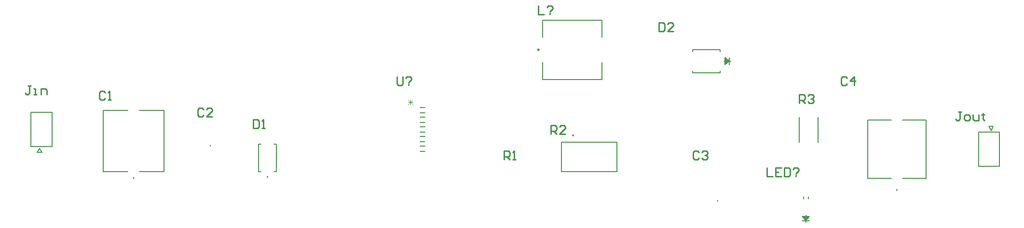
<source format=gto>
G04*
G04 #@! TF.GenerationSoftware,Altium Limited,Altium Designer,20.2.7 (254)*
G04*
G04 Layer_Color=65535*
%FSLAX25Y25*%
%MOIN*%
G70*
G04*
G04 #@! TF.SameCoordinates,ADF9761A-B84E-492D-9E7F-6483C6A28603*
G04*
G04*
G04 #@! TF.FilePolarity,Positive*
G04*
G01*
G75*
%ADD10C,0.00600*%
%ADD11C,0.00984*%
%ADD12C,0.00500*%
%ADD13C,0.00787*%
%ADD14C,0.01000*%
%ADD15C,0.00300*%
D10*
X88883Y53090D02*
G03*
X88883Y53090I-300J0D01*
G01*
X142032Y75327D02*
G03*
X142032Y75327I-300J0D01*
G01*
X181402Y53779D02*
G03*
X181402Y53779I-300J0D01*
G01*
X392736Y82335D02*
G03*
X392736Y82335I-500J0D01*
G01*
X492426Y37244D02*
G03*
X492426Y37244I-300J0D01*
G01*
X616442Y44835D02*
G03*
X616442Y44835I-300J0D01*
G01*
X92643Y57590D02*
X109733D01*
X67433D02*
X84523D01*
X67433D02*
Y99890D01*
X92643D02*
X109733D01*
Y57590D02*
Y99890D01*
X67433D02*
X84523D01*
X185512Y57379D02*
X187302D01*
X174902D02*
X176692D01*
X174902D02*
Y76479D01*
X185512D02*
X187302D01*
Y57379D02*
Y76479D01*
X174902D02*
X176692D01*
X286492Y71314D02*
X289992D01*
X286492Y78014D02*
X289992D01*
X286492Y84714D02*
X289992D01*
X286492Y91414D02*
X289992D01*
X286492Y98114D02*
X289992D01*
X286492Y75114D02*
X289992D01*
X286492Y81814D02*
X289992D01*
X286492Y88514D02*
X289992D01*
X286492Y95214D02*
X289992D01*
X286492Y101914D02*
X289992D01*
X422686Y57335D02*
Y77835D01*
X384186Y57335D02*
X422686D01*
X384186D02*
Y77835D01*
X422686D01*
X551450Y38730D02*
Y40010D01*
X554850Y38730D02*
Y40010D01*
X550650Y26520D02*
X555650D01*
X553150Y23520D02*
X553650Y26520D01*
X553150Y23520D02*
X554150Y26520D01*
X553150Y23520D02*
X554650Y26520D01*
X553150Y23520D02*
X555150Y26520D01*
X553150Y23520D02*
X555650Y26520D01*
X552650D02*
X553150Y23520D01*
X552150Y26520D02*
X553150Y23520D01*
X551650Y26520D02*
X553150Y23520D01*
X551150Y26520D02*
X553150Y23520D01*
X550650Y26520D02*
X553150Y23520D01*
X550650D02*
X555650D01*
X553150Y22520D02*
Y27520D01*
X474752Y125858D02*
Y127148D01*
X496412Y133858D02*
X501302D01*
X500302Y131358D02*
Y136358D01*
X497302Y131358D02*
X500302Y133858D01*
X497302Y131858D02*
X500302Y133858D01*
X497302Y132358D02*
X500302Y133858D01*
X497302Y132858D02*
X500302Y133858D01*
X497302Y133358D02*
X500302Y133858D01*
X497302Y136358D02*
X500302Y133858D01*
X497302Y135858D02*
X500302Y133858D01*
X497302Y135358D02*
X500302Y133858D01*
X497302Y134858D02*
X500302Y133858D01*
X497302Y134358D02*
X500302Y133858D01*
X497302Y131358D02*
Y136358D01*
X474752Y141858D02*
X493752D01*
X474752Y140568D02*
Y141858D01*
Y125858D02*
X493752D01*
Y127148D01*
Y140568D02*
Y141858D01*
X595942Y93035D02*
X612282D01*
X636342Y52635D02*
Y93035D01*
X620002D02*
X636342D01*
X595942Y52635D02*
Y93035D01*
Y52635D02*
X612282D01*
X620002D02*
X636342D01*
D11*
X368799Y141732D02*
G03*
X368799Y141732I-492J0D01*
G01*
D12*
X22047Y70764D02*
X25197D01*
X23622Y73520D02*
X25197Y70764D01*
X22047D02*
X23622Y73520D01*
X17717Y74803D02*
Y98425D01*
X32087D01*
Y74803D02*
Y98425D01*
X17717Y74803D02*
X32087D01*
X561732Y77953D02*
Y95276D01*
X548504Y77953D02*
Y95276D01*
X679528Y88685D02*
X682677D01*
X679528D02*
X681102Y85929D01*
X682677Y88685D01*
X687008Y61024D02*
Y84646D01*
X672638Y61024D02*
X687008D01*
X672638D02*
Y84646D01*
X687008D01*
D13*
X371260Y150295D02*
Y162205D01*
Y121260D02*
Y133169D01*
Y121260D02*
X412205D01*
Y150295D02*
Y162205D01*
Y121260D02*
Y133169D01*
X371260Y162205D02*
X412205D01*
D14*
X344426Y65899D02*
Y71897D01*
X347426D01*
X348425Y70897D01*
Y68898D01*
X347426Y67898D01*
X344426D01*
X346426D02*
X348425Y65899D01*
X350425D02*
X352424D01*
X351424D01*
Y71897D01*
X350425Y70897D01*
X68898Y112236D02*
X67898Y113235D01*
X65899D01*
X64899Y112236D01*
Y108237D01*
X65899Y107237D01*
X67898D01*
X68898Y108237D01*
X70897Y107237D02*
X72896D01*
X71897D01*
Y113235D01*
X70897Y112236D01*
X136796Y100425D02*
X135796Y101424D01*
X133797D01*
X132797Y100425D01*
Y96426D01*
X133797Y95426D01*
X135796D01*
X136796Y96426D01*
X142794Y95426D02*
X138795D01*
X142794Y99425D01*
Y100425D01*
X141794Y101424D01*
X139795D01*
X138795Y100425D01*
X171198Y93550D02*
Y87552D01*
X174197D01*
X175197Y88552D01*
Y92550D01*
X174197Y93550D01*
X171198D01*
X177196Y87552D02*
X179196D01*
X178196D01*
Y93550D01*
X177196Y92550D01*
X270592Y123078D02*
Y118079D01*
X271592Y117080D01*
X273591D01*
X274591Y118079D01*
Y123078D01*
X276590Y122078D02*
X277590Y123078D01*
X279589D01*
X280589Y122078D01*
Y121078D01*
X278590Y119079D01*
Y118079D02*
Y117080D01*
X376891Y83615D02*
Y89613D01*
X379890D01*
X380890Y88613D01*
Y86614D01*
X379890Y85615D01*
X376891D01*
X378891D02*
X380890Y83615D01*
X386888D02*
X382889D01*
X386888Y87614D01*
Y88613D01*
X385889Y89613D01*
X383889D01*
X382889Y88613D01*
X526405Y60086D02*
Y54088D01*
X530404D01*
X536402Y60086D02*
X532403D01*
Y54088D01*
X536402D01*
X532403Y57087D02*
X534403D01*
X538401Y60086D02*
Y54088D01*
X541400D01*
X542400Y55087D01*
Y59086D01*
X541400Y60086D01*
X538401D01*
X544399Y59086D02*
X545399Y60086D01*
X547398D01*
X548398Y59086D01*
Y58086D01*
X546399Y56087D01*
Y55087D02*
Y54088D01*
X479315Y70897D02*
X478316Y71897D01*
X476316D01*
X475317Y70897D01*
Y66898D01*
X476316Y65899D01*
X478316D01*
X479315Y66898D01*
X481315Y70897D02*
X482314Y71897D01*
X484314D01*
X485313Y70897D01*
Y69897D01*
X484314Y68898D01*
X483314D01*
X484314D01*
X485313Y67898D01*
Y66898D01*
X484314Y65899D01*
X482314D01*
X481315Y66898D01*
X451694Y160479D02*
Y154481D01*
X454694D01*
X455693Y155481D01*
Y159480D01*
X454694Y160479D01*
X451694D01*
X461691Y154481D02*
X457693D01*
X461691Y158480D01*
Y159480D01*
X460692Y160479D01*
X458692D01*
X457693Y159480D01*
X581677Y122078D02*
X580678Y123078D01*
X578679D01*
X577679Y122078D01*
Y118079D01*
X578679Y117080D01*
X580678D01*
X581677Y118079D01*
X586676Y117080D02*
Y123078D01*
X583677Y120079D01*
X587676D01*
X17600Y116647D02*
X15600D01*
X16600D01*
Y111648D01*
X15600Y110649D01*
X14601D01*
X13601Y111648D01*
X19599Y110649D02*
X21598D01*
X20598D01*
Y114647D01*
X19599D01*
X24597Y110649D02*
Y114647D01*
X27596D01*
X28596Y113648D01*
Y110649D01*
X368332Y172002D02*
Y166004D01*
X372330D01*
X374330Y171002D02*
X375329Y172002D01*
X377329D01*
X378328Y171002D01*
Y170003D01*
X376329Y168003D01*
Y167004D02*
Y166004D01*
X548419Y104872D02*
Y110871D01*
X551418D01*
X552418Y109871D01*
Y107871D01*
X551418Y106872D01*
X548419D01*
X550418D02*
X552418Y104872D01*
X554417Y109871D02*
X555417Y110871D01*
X557416D01*
X558416Y109871D01*
Y108871D01*
X557416Y107871D01*
X556416D01*
X557416D01*
X558416Y106872D01*
Y105872D01*
X557416Y104872D01*
X555417D01*
X554417Y105872D01*
X660430Y98698D02*
X658431D01*
X659431D01*
Y93700D01*
X658431Y92700D01*
X657431D01*
X656431Y93700D01*
X663429Y92700D02*
X665429D01*
X666428Y93700D01*
Y95699D01*
X665429Y96699D01*
X663429D01*
X662430Y95699D01*
Y93700D01*
X663429Y92700D01*
X668428Y96699D02*
Y93700D01*
X669427Y92700D01*
X672426D01*
Y96699D01*
X675425Y97698D02*
Y96699D01*
X674426D01*
X676425D01*
X675425D01*
Y93700D01*
X676425Y92700D01*
D15*
X281457Y107114D02*
X278125Y103782D01*
Y107114D02*
X281457Y103782D01*
X279791Y107114D02*
Y103782D01*
X278125Y105448D02*
X281457D01*
M02*

</source>
